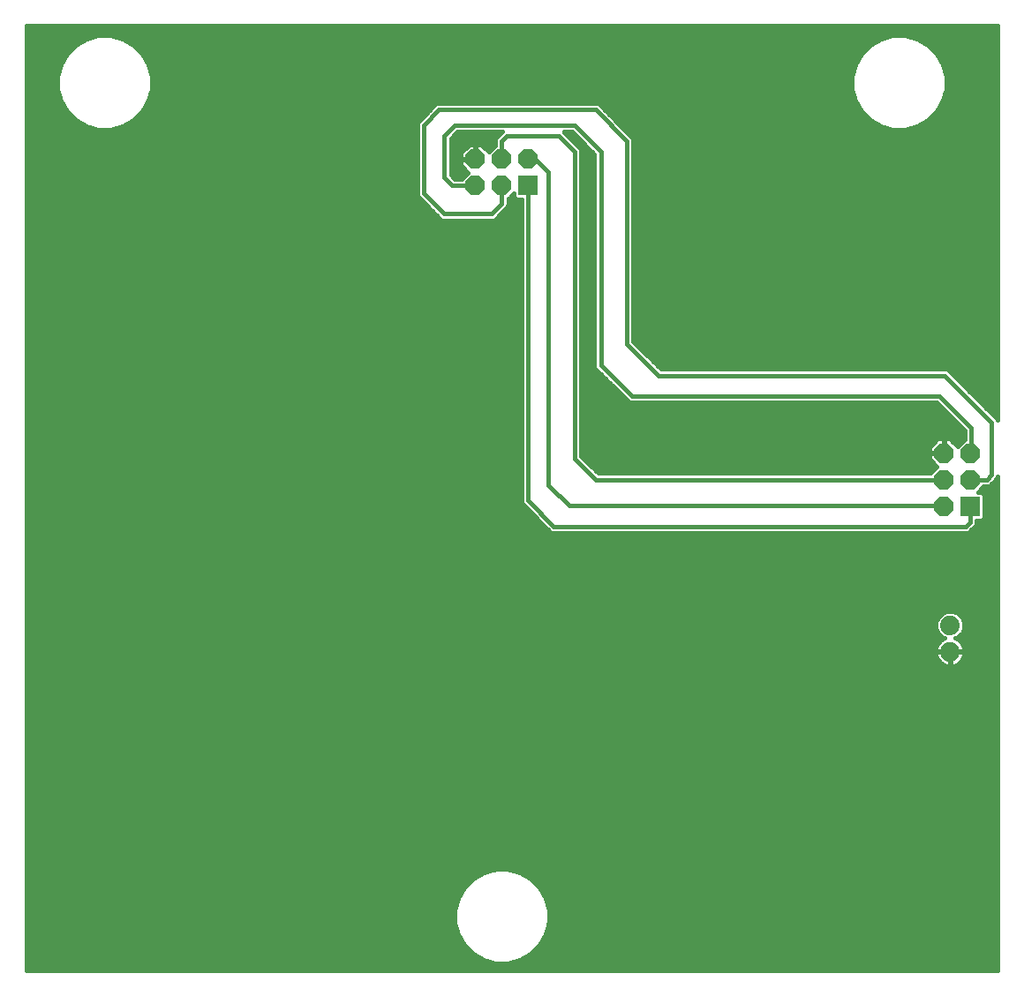
<source format=gbl>
G75*
%MOIN*%
%OFA0B0*%
%FSLAX24Y24*%
%IPPOS*%
%LPD*%
%AMOC8*
5,1,8,0,0,1.08239X$1,22.5*
%
%ADD10R,0.0740X0.0740*%
%ADD11OC8,0.0740*%
%ADD12C,0.0740*%
%ADD13C,0.0160*%
%ADD14C,0.0475*%
D10*
X020078Y030586D03*
X036771Y018471D03*
D11*
X036771Y019471D03*
X036771Y020471D03*
X035771Y020471D03*
X035771Y019471D03*
X035771Y018471D03*
X020078Y031586D03*
X019078Y031586D03*
X018078Y031586D03*
X018078Y030586D03*
X019078Y030586D03*
D12*
X036007Y013975D03*
X036007Y012975D03*
D13*
X001134Y000937D02*
X001134Y036628D01*
X037809Y036628D01*
X037809Y021715D01*
X037785Y021773D01*
X036013Y023544D01*
X035946Y023612D01*
X035858Y023648D01*
X025083Y023648D01*
X024042Y024689D01*
X024042Y032314D01*
X024006Y032403D01*
X023938Y032470D01*
X022824Y033584D01*
X022757Y033651D01*
X022669Y033688D01*
X016668Y033688D01*
X016579Y033651D01*
X015989Y033061D01*
X015921Y032993D01*
X015885Y032905D01*
X015885Y030250D01*
X015921Y030162D01*
X016709Y029375D01*
X016776Y029307D01*
X016865Y029271D01*
X018732Y029271D01*
X018820Y029307D01*
X019214Y029701D01*
X019281Y029768D01*
X019318Y029857D01*
X019318Y030076D01*
X019548Y030306D01*
X019548Y030149D01*
X019641Y030056D01*
X019822Y030056D01*
X019822Y018636D01*
X019858Y018548D01*
X020910Y017496D01*
X020998Y017460D01*
X036645Y017460D01*
X036733Y017496D01*
X036906Y017669D01*
X036906Y017669D01*
X036974Y017737D01*
X037011Y017825D01*
X037011Y017941D01*
X037207Y017941D01*
X037301Y018035D01*
X037301Y018908D01*
X037207Y019001D01*
X037050Y019001D01*
X037280Y019231D01*
X037432Y019231D01*
X037521Y019268D01*
X037718Y019465D01*
X037785Y019532D01*
X037809Y019590D01*
X037809Y000937D01*
X001134Y000937D01*
X001134Y001095D02*
X037809Y001095D01*
X037809Y001254D02*
X019527Y001254D01*
X019312Y001196D02*
X019764Y001317D01*
X020170Y001552D01*
X020501Y001883D01*
X020736Y002289D01*
X020857Y002741D01*
X020857Y003210D01*
X020736Y003662D01*
X020501Y004068D01*
X020170Y004399D01*
X019764Y004633D01*
X019312Y004754D01*
X018843Y004754D01*
X018391Y004633D01*
X017985Y004399D01*
X017654Y004068D01*
X017420Y003662D01*
X017298Y003210D01*
X017298Y002741D01*
X017420Y002289D01*
X017654Y001883D01*
X017985Y001552D01*
X018391Y001317D01*
X018843Y001196D01*
X019312Y001196D01*
X019929Y001412D02*
X037809Y001412D01*
X037809Y001571D02*
X020189Y001571D01*
X020348Y001729D02*
X037809Y001729D01*
X037809Y001888D02*
X020504Y001888D01*
X020596Y002046D02*
X037809Y002046D01*
X037809Y002205D02*
X020687Y002205D01*
X020756Y002363D02*
X037809Y002363D01*
X037809Y002522D02*
X020798Y002522D01*
X020841Y002680D02*
X037809Y002680D01*
X037809Y002839D02*
X020857Y002839D01*
X020857Y002997D02*
X037809Y002997D01*
X037809Y003156D02*
X020857Y003156D01*
X020829Y003314D02*
X037809Y003314D01*
X037809Y003473D02*
X020786Y003473D01*
X020744Y003631D02*
X037809Y003631D01*
X037809Y003790D02*
X020662Y003790D01*
X020570Y003948D02*
X037809Y003948D01*
X037809Y004107D02*
X020462Y004107D01*
X020304Y004265D02*
X037809Y004265D01*
X037809Y004424D02*
X020127Y004424D01*
X019853Y004582D02*
X037809Y004582D01*
X037809Y004741D02*
X019363Y004741D01*
X018792Y004741D02*
X001134Y004741D01*
X001134Y004899D02*
X037809Y004899D01*
X037809Y005058D02*
X001134Y005058D01*
X001134Y005216D02*
X037809Y005216D01*
X037809Y005375D02*
X001134Y005375D01*
X001134Y005533D02*
X037809Y005533D01*
X037809Y005692D02*
X001134Y005692D01*
X001134Y005850D02*
X037809Y005850D01*
X037809Y006009D02*
X001134Y006009D01*
X001134Y006167D02*
X037809Y006167D01*
X037809Y006326D02*
X001134Y006326D01*
X001134Y006484D02*
X037809Y006484D01*
X037809Y006643D02*
X001134Y006643D01*
X001134Y006801D02*
X037809Y006801D01*
X037809Y006960D02*
X001134Y006960D01*
X001134Y007118D02*
X037809Y007118D01*
X037809Y007277D02*
X001134Y007277D01*
X001134Y007435D02*
X037809Y007435D01*
X037809Y007594D02*
X001134Y007594D01*
X001134Y007752D02*
X037809Y007752D01*
X037809Y007911D02*
X001134Y007911D01*
X001134Y008069D02*
X037809Y008069D01*
X037809Y008228D02*
X001134Y008228D01*
X001134Y008386D02*
X037809Y008386D01*
X037809Y008545D02*
X001134Y008545D01*
X001134Y008703D02*
X037809Y008703D01*
X037809Y008862D02*
X001134Y008862D01*
X001134Y009020D02*
X037809Y009020D01*
X037809Y009179D02*
X001134Y009179D01*
X001134Y009337D02*
X037809Y009337D01*
X037809Y009496D02*
X001134Y009496D01*
X001134Y009654D02*
X037809Y009654D01*
X037809Y009813D02*
X001134Y009813D01*
X001134Y009971D02*
X037809Y009971D01*
X037809Y010130D02*
X001134Y010130D01*
X001134Y010288D02*
X037809Y010288D01*
X037809Y010447D02*
X001134Y010447D01*
X001134Y010605D02*
X037809Y010605D01*
X037809Y010764D02*
X001134Y010764D01*
X001134Y010922D02*
X037809Y010922D01*
X037809Y011081D02*
X001134Y011081D01*
X001134Y011239D02*
X037809Y011239D01*
X037809Y011398D02*
X001134Y011398D01*
X001134Y011556D02*
X037809Y011556D01*
X037809Y011715D02*
X001134Y011715D01*
X001134Y011873D02*
X037809Y011873D01*
X037809Y012032D02*
X001134Y012032D01*
X001134Y012190D02*
X037809Y012190D01*
X037809Y012349D02*
X001134Y012349D01*
X001134Y012507D02*
X035715Y012507D01*
X035719Y012505D02*
X035796Y012466D01*
X035878Y012439D01*
X035963Y012425D01*
X035987Y012425D01*
X035987Y012955D01*
X036027Y012955D01*
X036027Y012995D01*
X036557Y012995D01*
X036557Y013019D01*
X036543Y013104D01*
X036516Y013186D01*
X036477Y013264D01*
X036426Y013334D01*
X036365Y013395D01*
X036295Y013446D01*
X036218Y013485D01*
X036212Y013487D01*
X036307Y013526D01*
X036456Y013675D01*
X036537Y013870D01*
X036537Y014081D01*
X036456Y014275D01*
X036307Y014425D01*
X036112Y014505D01*
X035901Y014505D01*
X035707Y014425D01*
X035557Y014275D01*
X035477Y014081D01*
X035477Y013870D01*
X035557Y013675D01*
X035707Y013526D01*
X035801Y013487D01*
X035796Y013485D01*
X035719Y013446D01*
X035648Y013395D01*
X035587Y013334D01*
X035536Y013264D01*
X035497Y013186D01*
X035470Y013104D01*
X035457Y013019D01*
X035457Y012995D01*
X035987Y012995D01*
X035987Y012955D01*
X035457Y012955D01*
X035457Y012932D01*
X035470Y012846D01*
X035497Y012764D01*
X035536Y012687D01*
X035587Y012617D01*
X035648Y012556D01*
X035719Y012505D01*
X035552Y012666D02*
X001134Y012666D01*
X001134Y012824D02*
X035478Y012824D01*
X035482Y013141D02*
X001134Y013141D01*
X001134Y012983D02*
X035987Y012983D01*
X036027Y012983D02*
X037809Y012983D01*
X037809Y013141D02*
X036531Y013141D01*
X036451Y013300D02*
X037809Y013300D01*
X037809Y013458D02*
X036270Y013458D01*
X036398Y013617D02*
X037809Y013617D01*
X037809Y013775D02*
X036498Y013775D01*
X036537Y013934D02*
X037809Y013934D01*
X037809Y014092D02*
X036532Y014092D01*
X036466Y014251D02*
X037809Y014251D01*
X037809Y014409D02*
X036322Y014409D01*
X035691Y014409D02*
X001134Y014409D01*
X001134Y014251D02*
X035547Y014251D01*
X035482Y014092D02*
X001134Y014092D01*
X001134Y013934D02*
X035477Y013934D01*
X035516Y013775D02*
X001134Y013775D01*
X001134Y013617D02*
X035616Y013617D01*
X035743Y013458D02*
X001134Y013458D01*
X001134Y013300D02*
X035563Y013300D01*
X036027Y012955D02*
X036027Y012425D01*
X036050Y012425D01*
X036136Y012439D01*
X036218Y012466D01*
X036295Y012505D01*
X036365Y012556D01*
X036426Y012617D01*
X036477Y012687D01*
X036516Y012764D01*
X036543Y012846D01*
X036557Y012932D01*
X036557Y012955D01*
X036027Y012955D01*
X036027Y012824D02*
X035987Y012824D01*
X035987Y012666D02*
X036027Y012666D01*
X036027Y012507D02*
X035987Y012507D01*
X036298Y012507D02*
X037809Y012507D01*
X037809Y012666D02*
X036462Y012666D01*
X036536Y012824D02*
X037809Y012824D01*
X037809Y014568D02*
X001134Y014568D01*
X001134Y014726D02*
X037809Y014726D01*
X037809Y014885D02*
X001134Y014885D01*
X001134Y015043D02*
X037809Y015043D01*
X037809Y015202D02*
X001134Y015202D01*
X001134Y015360D02*
X037809Y015360D01*
X037809Y015519D02*
X001134Y015519D01*
X001134Y015677D02*
X037809Y015677D01*
X037809Y015836D02*
X001134Y015836D01*
X001134Y015994D02*
X037809Y015994D01*
X037809Y016153D02*
X001134Y016153D01*
X001134Y016311D02*
X037809Y016311D01*
X037809Y016470D02*
X001134Y016470D01*
X001134Y016628D02*
X037809Y016628D01*
X037809Y016787D02*
X001134Y016787D01*
X001134Y016945D02*
X037809Y016945D01*
X037809Y017104D02*
X001134Y017104D01*
X001134Y017262D02*
X037809Y017262D01*
X037809Y017421D02*
X001134Y017421D01*
X001134Y017579D02*
X020827Y017579D01*
X020669Y017738D02*
X001134Y017738D01*
X001134Y017896D02*
X020510Y017896D01*
X020352Y018055D02*
X001134Y018055D01*
X001134Y018213D02*
X020193Y018213D01*
X020035Y018372D02*
X001134Y018372D01*
X001134Y018530D02*
X019876Y018530D01*
X019822Y018689D02*
X001134Y018689D01*
X001134Y018847D02*
X019822Y018847D01*
X019822Y019006D02*
X001134Y019006D01*
X001134Y019164D02*
X019822Y019164D01*
X019822Y019323D02*
X001134Y019323D01*
X001134Y019481D02*
X019822Y019481D01*
X019822Y019640D02*
X001134Y019640D01*
X001134Y019798D02*
X019822Y019798D01*
X019822Y019957D02*
X001134Y019957D01*
X001134Y020115D02*
X019822Y020115D01*
X019822Y020274D02*
X001134Y020274D01*
X001134Y020432D02*
X019822Y020432D01*
X019822Y020591D02*
X001134Y020591D01*
X001134Y020749D02*
X019822Y020749D01*
X019822Y020908D02*
X001134Y020908D01*
X001134Y021066D02*
X019822Y021066D01*
X019822Y021225D02*
X001134Y021225D01*
X001134Y021383D02*
X019822Y021383D01*
X019822Y021542D02*
X001134Y021542D01*
X001134Y021700D02*
X019822Y021700D01*
X019822Y021859D02*
X001134Y021859D01*
X001134Y022017D02*
X019822Y022017D01*
X019822Y022176D02*
X001134Y022176D01*
X001134Y022334D02*
X019822Y022334D01*
X019822Y022493D02*
X001134Y022493D01*
X001134Y022651D02*
X019822Y022651D01*
X019822Y022810D02*
X001134Y022810D01*
X001134Y022968D02*
X019822Y022968D01*
X019822Y023127D02*
X001134Y023127D01*
X001134Y023285D02*
X019822Y023285D01*
X019822Y023444D02*
X001134Y023444D01*
X001134Y023602D02*
X019822Y023602D01*
X019822Y023761D02*
X001134Y023761D01*
X001134Y023919D02*
X019822Y023919D01*
X019822Y024078D02*
X001134Y024078D01*
X001134Y024236D02*
X019822Y024236D01*
X019822Y024395D02*
X001134Y024395D01*
X001134Y024553D02*
X019822Y024553D01*
X019822Y024712D02*
X001134Y024712D01*
X001134Y024870D02*
X019822Y024870D01*
X019822Y025029D02*
X001134Y025029D01*
X001134Y025187D02*
X019822Y025187D01*
X019822Y025346D02*
X001134Y025346D01*
X001134Y025504D02*
X019822Y025504D01*
X019822Y025663D02*
X001134Y025663D01*
X001134Y025821D02*
X019822Y025821D01*
X019822Y025980D02*
X001134Y025980D01*
X001134Y026138D02*
X019822Y026138D01*
X019822Y026297D02*
X001134Y026297D01*
X001134Y026455D02*
X019822Y026455D01*
X019822Y026614D02*
X001134Y026614D01*
X001134Y026772D02*
X019822Y026772D01*
X019822Y026931D02*
X001134Y026931D01*
X001134Y027089D02*
X019822Y027089D01*
X019822Y027248D02*
X001134Y027248D01*
X001134Y027406D02*
X019822Y027406D01*
X019822Y027565D02*
X001134Y027565D01*
X001134Y027723D02*
X019822Y027723D01*
X019822Y027882D02*
X001134Y027882D01*
X001134Y028040D02*
X019822Y028040D01*
X019822Y028199D02*
X001134Y028199D01*
X001134Y028357D02*
X019822Y028357D01*
X019822Y028516D02*
X001134Y028516D01*
X001134Y028674D02*
X019822Y028674D01*
X019822Y028833D02*
X001134Y028833D01*
X001134Y028991D02*
X019822Y028991D01*
X019822Y029150D02*
X001134Y029150D01*
X001134Y029308D02*
X016775Y029308D01*
X016617Y029467D02*
X001134Y029467D01*
X001134Y029625D02*
X016458Y029625D01*
X016300Y029784D02*
X001134Y029784D01*
X001134Y029942D02*
X016141Y029942D01*
X015983Y030101D02*
X001134Y030101D01*
X001134Y030259D02*
X015885Y030259D01*
X015885Y030418D02*
X001134Y030418D01*
X001134Y030576D02*
X015885Y030576D01*
X015885Y030735D02*
X001134Y030735D01*
X001134Y030893D02*
X015885Y030893D01*
X015885Y031052D02*
X001134Y031052D01*
X001134Y031210D02*
X015885Y031210D01*
X015885Y031369D02*
X001134Y031369D01*
X001134Y031527D02*
X015885Y031527D01*
X015885Y031686D02*
X001134Y031686D01*
X001134Y031844D02*
X015885Y031844D01*
X015885Y032003D02*
X001134Y032003D01*
X001134Y032161D02*
X015885Y032161D01*
X015885Y032320D02*
X001134Y032320D01*
X001134Y032478D02*
X015885Y032478D01*
X015885Y032637D02*
X001134Y032637D01*
X001134Y032795D02*
X003458Y032795D01*
X003391Y032813D02*
X003843Y032692D01*
X004312Y032692D01*
X004764Y032813D01*
X005170Y033048D01*
X005501Y033379D01*
X005736Y033785D01*
X005857Y034237D01*
X005857Y034706D01*
X005736Y035158D01*
X005501Y035564D01*
X005170Y035895D01*
X004764Y036129D01*
X004312Y036251D01*
X003843Y036251D01*
X003391Y036129D01*
X002985Y035895D01*
X002654Y035564D01*
X002420Y035158D01*
X002298Y034706D01*
X002298Y034237D01*
X002420Y033785D01*
X002654Y033379D01*
X002985Y033048D01*
X003391Y032813D01*
X003148Y032954D02*
X001134Y032954D01*
X001134Y033112D02*
X002920Y033112D01*
X002762Y033271D02*
X001134Y033271D01*
X001134Y033429D02*
X002625Y033429D01*
X002533Y033588D02*
X001134Y033588D01*
X001134Y033746D02*
X002442Y033746D01*
X002387Y033905D02*
X001134Y033905D01*
X001134Y034063D02*
X002345Y034063D01*
X002303Y034222D02*
X001134Y034222D01*
X001134Y034380D02*
X002298Y034380D01*
X002298Y034539D02*
X001134Y034539D01*
X001134Y034697D02*
X002298Y034697D01*
X002339Y034856D02*
X001134Y034856D01*
X001134Y035014D02*
X002381Y035014D01*
X002428Y035173D02*
X001134Y035173D01*
X001134Y035331D02*
X002520Y035331D01*
X002611Y035490D02*
X001134Y035490D01*
X001134Y035648D02*
X002738Y035648D01*
X002897Y035807D02*
X001134Y035807D01*
X001134Y035965D02*
X003107Y035965D01*
X003381Y036124D02*
X001134Y036124D01*
X001134Y036282D02*
X037809Y036282D01*
X037809Y036124D02*
X034774Y036124D01*
X034764Y036129D02*
X034312Y036251D01*
X033843Y036251D01*
X033391Y036129D01*
X032985Y035895D01*
X032654Y035564D01*
X032420Y035158D01*
X032298Y034706D01*
X032298Y034237D01*
X032420Y033785D01*
X032654Y033379D01*
X032985Y033048D01*
X033391Y032813D01*
X033843Y032692D01*
X034312Y032692D01*
X034764Y032813D01*
X035170Y033048D01*
X035501Y033379D01*
X035736Y033785D01*
X035857Y034237D01*
X035857Y034706D01*
X035736Y035158D01*
X035501Y035564D01*
X035170Y035895D01*
X034764Y036129D01*
X035048Y035965D02*
X037809Y035965D01*
X037809Y035807D02*
X035258Y035807D01*
X035417Y035648D02*
X037809Y035648D01*
X037809Y035490D02*
X035544Y035490D01*
X035636Y035331D02*
X037809Y035331D01*
X037809Y035173D02*
X035727Y035173D01*
X035774Y035014D02*
X037809Y035014D01*
X037809Y034856D02*
X035817Y034856D01*
X035857Y034697D02*
X037809Y034697D01*
X037809Y034539D02*
X035857Y034539D01*
X035857Y034380D02*
X037809Y034380D01*
X037809Y034222D02*
X035853Y034222D01*
X035810Y034063D02*
X037809Y034063D01*
X037809Y033905D02*
X035768Y033905D01*
X035714Y033746D02*
X037809Y033746D01*
X037809Y033588D02*
X035622Y033588D01*
X035531Y033429D02*
X037809Y033429D01*
X037809Y033271D02*
X035393Y033271D01*
X035235Y033112D02*
X037809Y033112D01*
X037809Y032954D02*
X035008Y032954D01*
X034697Y032795D02*
X037809Y032795D01*
X037809Y032637D02*
X023771Y032637D01*
X023613Y032795D02*
X033458Y032795D01*
X033148Y032954D02*
X023454Y032954D01*
X023296Y033112D02*
X032920Y033112D01*
X032762Y033271D02*
X023137Y033271D01*
X022979Y033429D02*
X032625Y033429D01*
X032533Y033588D02*
X022820Y033588D01*
X022621Y033448D02*
X016715Y033448D01*
X016125Y032857D01*
X016125Y030298D01*
X016912Y029511D01*
X018684Y029511D01*
X019078Y029904D01*
X019078Y030586D01*
X019343Y030101D02*
X019596Y030101D01*
X019548Y030259D02*
X019501Y030259D01*
X019318Y029942D02*
X019822Y029942D01*
X019822Y029784D02*
X019287Y029784D01*
X019138Y029625D02*
X019822Y029625D01*
X019822Y029467D02*
X018979Y029467D01*
X018821Y029308D02*
X019822Y029308D01*
X020062Y030570D02*
X020078Y030586D01*
X020062Y030570D02*
X020062Y018684D01*
X021046Y017700D01*
X036597Y017700D01*
X036771Y017873D01*
X036771Y018471D01*
X037301Y018530D02*
X037809Y018530D01*
X037809Y018372D02*
X037301Y018372D01*
X037301Y018213D02*
X037809Y018213D01*
X037809Y018055D02*
X037301Y018055D01*
X037011Y017896D02*
X037809Y017896D01*
X037809Y017738D02*
X036974Y017738D01*
X036816Y017579D02*
X037809Y017579D01*
X037809Y018689D02*
X037301Y018689D01*
X037301Y018847D02*
X037809Y018847D01*
X037809Y019006D02*
X037055Y019006D01*
X037213Y019164D02*
X037809Y019164D01*
X037809Y019323D02*
X037576Y019323D01*
X037734Y019481D02*
X037809Y019481D01*
X037582Y019668D02*
X037582Y021637D01*
X035810Y023408D01*
X024983Y023408D01*
X023802Y024589D01*
X023802Y032267D01*
X022621Y033448D01*
X021834Y032857D02*
X022818Y031873D01*
X022818Y023802D01*
X023999Y022621D01*
X035613Y022621D01*
X036794Y021440D01*
X036794Y020495D01*
X036771Y020471D01*
X036458Y020908D02*
X036112Y020908D01*
X035998Y021021D02*
X035791Y021021D01*
X035791Y020491D01*
X035751Y020491D01*
X035751Y020451D01*
X035221Y020451D01*
X035221Y020244D01*
X035507Y019957D01*
X035261Y019711D01*
X022720Y019711D01*
X022074Y020358D01*
X022074Y031921D01*
X022037Y032009D01*
X021446Y032599D01*
X021429Y032617D01*
X021734Y032617D01*
X022578Y031774D01*
X022578Y023754D01*
X022614Y023666D01*
X022682Y023599D01*
X023863Y022417D01*
X023951Y022381D01*
X035514Y022381D01*
X036554Y021340D01*
X036554Y021001D01*
X036551Y021001D01*
X036285Y020735D01*
X035998Y021021D01*
X035791Y020908D02*
X035751Y020908D01*
X035751Y021021D02*
X035751Y020491D01*
X035221Y020491D01*
X035221Y020699D01*
X035543Y021021D01*
X035751Y021021D01*
X035751Y020749D02*
X035791Y020749D01*
X035791Y020591D02*
X035751Y020591D01*
X035429Y020908D02*
X022074Y020908D01*
X022074Y021066D02*
X036554Y021066D01*
X036554Y021225D02*
X022074Y021225D01*
X022074Y021383D02*
X036511Y021383D01*
X036353Y021542D02*
X022074Y021542D01*
X022074Y021700D02*
X036194Y021700D01*
X036036Y021859D02*
X022074Y021859D01*
X022074Y022017D02*
X035877Y022017D01*
X035719Y022176D02*
X022074Y022176D01*
X022074Y022334D02*
X035560Y022334D01*
X036431Y023127D02*
X037809Y023127D01*
X037809Y023285D02*
X036272Y023285D01*
X036114Y023444D02*
X037809Y023444D01*
X037809Y023602D02*
X035955Y023602D01*
X036013Y023544D02*
X036013Y023544D01*
X036589Y022968D02*
X037809Y022968D01*
X037809Y022810D02*
X036748Y022810D01*
X036906Y022651D02*
X037809Y022651D01*
X037809Y022493D02*
X037065Y022493D01*
X037223Y022334D02*
X037809Y022334D01*
X037809Y022176D02*
X037382Y022176D01*
X037540Y022017D02*
X037809Y022017D01*
X037809Y021859D02*
X037699Y021859D01*
X036299Y020749D02*
X036270Y020749D01*
X035507Y019957D02*
X022475Y019957D01*
X022316Y020115D02*
X035349Y020115D01*
X035221Y020274D02*
X022158Y020274D01*
X022074Y020432D02*
X035221Y020432D01*
X035221Y020591D02*
X022074Y020591D01*
X022074Y020749D02*
X035271Y020749D01*
X035348Y019798D02*
X022633Y019798D01*
X022621Y019471D02*
X021834Y020259D01*
X021834Y031873D01*
X021243Y032463D01*
X019274Y032463D01*
X019078Y032267D01*
X019078Y031586D01*
X018745Y032003D02*
X018438Y032003D01*
X018305Y032136D02*
X018098Y032136D01*
X018098Y031606D01*
X018058Y031606D01*
X018058Y032136D01*
X017850Y032136D01*
X017528Y031813D01*
X017528Y031606D01*
X018058Y031606D01*
X018058Y031566D01*
X017528Y031566D01*
X017528Y031358D01*
X017814Y031071D01*
X017568Y030826D01*
X017315Y030826D01*
X017152Y030988D01*
X017152Y032364D01*
X017405Y032617D01*
X019089Y032617D01*
X018942Y032470D01*
X018874Y032403D01*
X018838Y032314D01*
X018838Y032095D01*
X018592Y031849D01*
X018305Y032136D01*
X018098Y032003D02*
X018058Y032003D01*
X018058Y031844D02*
X018098Y031844D01*
X018098Y031686D02*
X018058Y031686D01*
X017717Y032003D02*
X017152Y032003D01*
X017152Y032161D02*
X018838Y032161D01*
X018840Y032320D02*
X017152Y032320D01*
X017267Y032478D02*
X018950Y032478D01*
X020078Y031586D02*
X020349Y031586D01*
X020849Y031086D01*
X020849Y019274D01*
X021637Y018487D01*
X035755Y018487D01*
X035771Y018471D01*
X035771Y019471D02*
X022621Y019471D01*
X022074Y022493D02*
X023788Y022493D01*
X023629Y022651D02*
X022074Y022651D01*
X022074Y022810D02*
X023471Y022810D01*
X023312Y022968D02*
X022074Y022968D01*
X022074Y023127D02*
X023154Y023127D01*
X022995Y023285D02*
X022074Y023285D01*
X022074Y023444D02*
X022837Y023444D01*
X022678Y023602D02*
X022074Y023602D01*
X022074Y023761D02*
X022578Y023761D01*
X022578Y023919D02*
X022074Y023919D01*
X022074Y024078D02*
X022578Y024078D01*
X022578Y024236D02*
X022074Y024236D01*
X022074Y024395D02*
X022578Y024395D01*
X022578Y024553D02*
X022074Y024553D01*
X022074Y024712D02*
X022578Y024712D01*
X022578Y024870D02*
X022074Y024870D01*
X022074Y025029D02*
X022578Y025029D01*
X022578Y025187D02*
X022074Y025187D01*
X022074Y025346D02*
X022578Y025346D01*
X022578Y025504D02*
X022074Y025504D01*
X022074Y025663D02*
X022578Y025663D01*
X022578Y025821D02*
X022074Y025821D01*
X022074Y025980D02*
X022578Y025980D01*
X022578Y026138D02*
X022074Y026138D01*
X022074Y026297D02*
X022578Y026297D01*
X022578Y026455D02*
X022074Y026455D01*
X022074Y026614D02*
X022578Y026614D01*
X022578Y026772D02*
X022074Y026772D01*
X022074Y026931D02*
X022578Y026931D01*
X022578Y027089D02*
X022074Y027089D01*
X022074Y027248D02*
X022578Y027248D01*
X022578Y027406D02*
X022074Y027406D01*
X022074Y027565D02*
X022578Y027565D01*
X022578Y027723D02*
X022074Y027723D01*
X022074Y027882D02*
X022578Y027882D01*
X022578Y028040D02*
X022074Y028040D01*
X022074Y028199D02*
X022578Y028199D01*
X022578Y028357D02*
X022074Y028357D01*
X022074Y028516D02*
X022578Y028516D01*
X022578Y028674D02*
X022074Y028674D01*
X022074Y028833D02*
X022578Y028833D01*
X022578Y028991D02*
X022074Y028991D01*
X022074Y029150D02*
X022578Y029150D01*
X022578Y029308D02*
X022074Y029308D01*
X022074Y029467D02*
X022578Y029467D01*
X022578Y029625D02*
X022074Y029625D01*
X022074Y029784D02*
X022578Y029784D01*
X022578Y029942D02*
X022074Y029942D01*
X022074Y030101D02*
X022578Y030101D01*
X022578Y030259D02*
X022074Y030259D01*
X022074Y030418D02*
X022578Y030418D01*
X022578Y030576D02*
X022074Y030576D01*
X022074Y030735D02*
X022578Y030735D01*
X022578Y030893D02*
X022074Y030893D01*
X022074Y031052D02*
X022578Y031052D01*
X022578Y031210D02*
X022074Y031210D01*
X022074Y031369D02*
X022578Y031369D01*
X022578Y031527D02*
X022074Y031527D01*
X022074Y031686D02*
X022578Y031686D01*
X022507Y031844D02*
X022074Y031844D01*
X022039Y032003D02*
X022348Y032003D01*
X022190Y032161D02*
X021885Y032161D01*
X022031Y032320D02*
X021726Y032320D01*
X021873Y032478D02*
X021568Y032478D01*
X021834Y032857D02*
X017306Y032857D01*
X016912Y032463D01*
X016912Y030889D01*
X017215Y030586D01*
X018078Y030586D01*
X017636Y030893D02*
X017247Y030893D01*
X017152Y031052D02*
X017794Y031052D01*
X017675Y031210D02*
X017152Y031210D01*
X017152Y031369D02*
X017528Y031369D01*
X017528Y031527D02*
X017152Y031527D01*
X017152Y031686D02*
X017528Y031686D01*
X017559Y031844D02*
X017152Y031844D01*
X016041Y033112D02*
X005235Y033112D01*
X005393Y033271D02*
X016199Y033271D01*
X016358Y033429D02*
X005531Y033429D01*
X005622Y033588D02*
X016516Y033588D01*
X015905Y032954D02*
X005008Y032954D01*
X004697Y032795D02*
X015885Y032795D01*
X023930Y032478D02*
X037809Y032478D01*
X037809Y032320D02*
X024040Y032320D01*
X024042Y032161D02*
X037809Y032161D01*
X037809Y032003D02*
X024042Y032003D01*
X024042Y031844D02*
X037809Y031844D01*
X037809Y031686D02*
X024042Y031686D01*
X024042Y031527D02*
X037809Y031527D01*
X037809Y031369D02*
X024042Y031369D01*
X024042Y031210D02*
X037809Y031210D01*
X037809Y031052D02*
X024042Y031052D01*
X024042Y030893D02*
X037809Y030893D01*
X037809Y030735D02*
X024042Y030735D01*
X024042Y030576D02*
X037809Y030576D01*
X037809Y030418D02*
X024042Y030418D01*
X024042Y030259D02*
X037809Y030259D01*
X037809Y030101D02*
X024042Y030101D01*
X024042Y029942D02*
X037809Y029942D01*
X037809Y029784D02*
X024042Y029784D01*
X024042Y029625D02*
X037809Y029625D01*
X037809Y029467D02*
X024042Y029467D01*
X024042Y029308D02*
X037809Y029308D01*
X037809Y029150D02*
X024042Y029150D01*
X024042Y028991D02*
X037809Y028991D01*
X037809Y028833D02*
X024042Y028833D01*
X024042Y028674D02*
X037809Y028674D01*
X037809Y028516D02*
X024042Y028516D01*
X024042Y028357D02*
X037809Y028357D01*
X037809Y028199D02*
X024042Y028199D01*
X024042Y028040D02*
X037809Y028040D01*
X037809Y027882D02*
X024042Y027882D01*
X024042Y027723D02*
X037809Y027723D01*
X037809Y027565D02*
X024042Y027565D01*
X024042Y027406D02*
X037809Y027406D01*
X037809Y027248D02*
X024042Y027248D01*
X024042Y027089D02*
X037809Y027089D01*
X037809Y026931D02*
X024042Y026931D01*
X024042Y026772D02*
X037809Y026772D01*
X037809Y026614D02*
X024042Y026614D01*
X024042Y026455D02*
X037809Y026455D01*
X037809Y026297D02*
X024042Y026297D01*
X024042Y026138D02*
X037809Y026138D01*
X037809Y025980D02*
X024042Y025980D01*
X024042Y025821D02*
X037809Y025821D01*
X037809Y025663D02*
X024042Y025663D01*
X024042Y025504D02*
X037809Y025504D01*
X037809Y025346D02*
X024042Y025346D01*
X024042Y025187D02*
X037809Y025187D01*
X037809Y025029D02*
X024042Y025029D01*
X024042Y024870D02*
X037809Y024870D01*
X037809Y024712D02*
X024042Y024712D01*
X024178Y024553D02*
X037809Y024553D01*
X037809Y024395D02*
X024336Y024395D01*
X024495Y024236D02*
X037809Y024236D01*
X037809Y024078D02*
X024653Y024078D01*
X024812Y023919D02*
X037809Y023919D01*
X037809Y023761D02*
X024970Y023761D01*
X023938Y032470D02*
X023938Y032470D01*
X032303Y034222D02*
X005853Y034222D01*
X005857Y034380D02*
X032298Y034380D01*
X032298Y034539D02*
X005857Y034539D01*
X005857Y034697D02*
X032298Y034697D01*
X032339Y034856D02*
X005817Y034856D01*
X005774Y035014D02*
X032381Y035014D01*
X032428Y035173D02*
X005727Y035173D01*
X005636Y035331D02*
X032520Y035331D01*
X032611Y035490D02*
X005544Y035490D01*
X005417Y035648D02*
X032738Y035648D01*
X032897Y035807D02*
X005258Y035807D01*
X005048Y035965D02*
X033107Y035965D01*
X033381Y036124D02*
X004774Y036124D01*
X005810Y034063D02*
X032345Y034063D01*
X032387Y033905D02*
X005768Y033905D01*
X005714Y033746D02*
X032442Y033746D01*
X037809Y036441D02*
X001134Y036441D01*
X001134Y036599D02*
X037809Y036599D01*
X037582Y019668D02*
X037385Y019471D01*
X036771Y019471D01*
X018303Y004582D02*
X001134Y004582D01*
X001134Y004424D02*
X018028Y004424D01*
X017851Y004265D02*
X001134Y004265D01*
X001134Y004107D02*
X017693Y004107D01*
X017585Y003948D02*
X001134Y003948D01*
X001134Y003790D02*
X017493Y003790D01*
X017411Y003631D02*
X001134Y003631D01*
X001134Y003473D02*
X017369Y003473D01*
X017327Y003314D02*
X001134Y003314D01*
X001134Y003156D02*
X017298Y003156D01*
X017298Y002997D02*
X001134Y002997D01*
X001134Y002839D02*
X017298Y002839D01*
X017315Y002680D02*
X001134Y002680D01*
X001134Y002522D02*
X017357Y002522D01*
X017400Y002363D02*
X001134Y002363D01*
X001134Y002205D02*
X017468Y002205D01*
X017560Y002046D02*
X001134Y002046D01*
X001134Y001888D02*
X017651Y001888D01*
X017807Y001729D02*
X001134Y001729D01*
X001134Y001571D02*
X017966Y001571D01*
X018226Y001412D02*
X001134Y001412D01*
X001134Y001254D02*
X018628Y001254D01*
D14*
X007857Y007660D03*
X030101Y008054D03*
X008251Y029708D03*
X030692Y030101D03*
M02*

</source>
